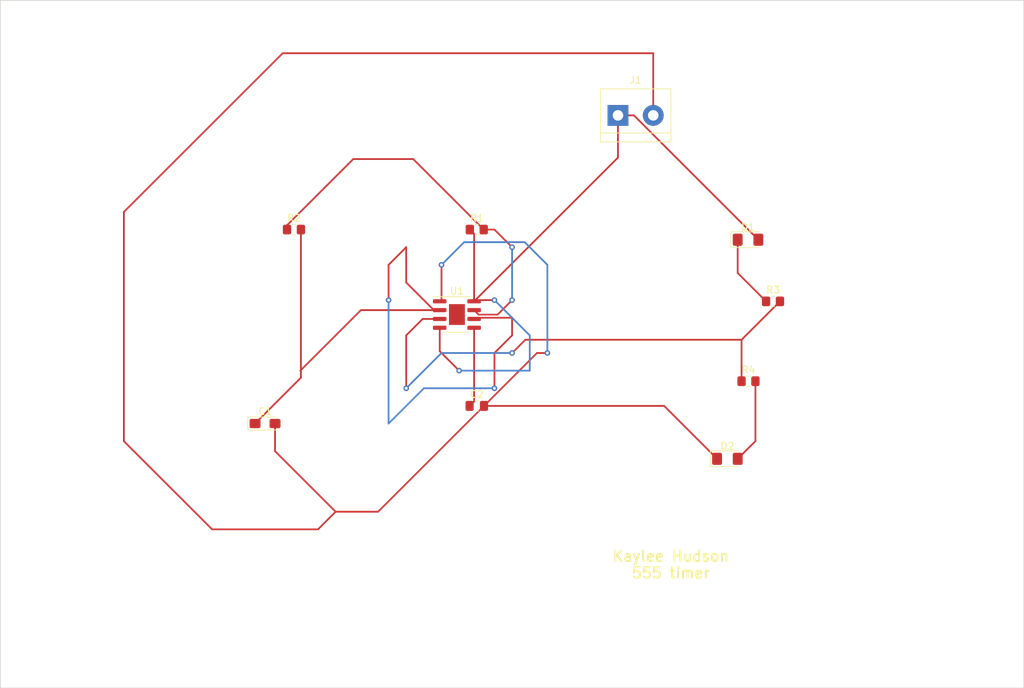
<source format=kicad_pcb>
(kicad_pcb (version 20211014) (generator pcbnew)
  (layers (0 "F.Cu" signal) (31 "B.Cu" signal) (34 "B.Paste" user) (35 "F.Paste" user) (36 "B.SilkS" user "B.Silkscreen") (37 "F.SilkS" user "F.Silkscreen") (38 "B.Mask" user) (39 "F.Mask" user) (44 "Edge.Cuts" user))
  (net 0 "")
  (net 1 "/pin_2")
  (net 2 "GND")
  (net 3 "Net-(C2-Pad1)")
  (net 4 "Net-(R3-Pad1)")
  (net 5 "+9V")
  (net 6 "Net-(D2-Pad2)")
  (net 7 "/pin_7")
  (net 8 "/pin_3")
  (footprint "TerminalBlock:TerminalBlock_bornier-2_P5.08mm" (layer "F.Cu") (at 139.7 62.29)
    (fp_text reference "J1" (at 2.54 -5.08) (layer "F.SilkS"))
    (fp_text value "Conn_01x02_Male")
    (fp_line (start -2.54 -3.81) (end -2.54 3.81) (layer "F.SilkS") (width 0.12))
    (fp_line (start 7.62 2.54) (end -2.54 2.54) (layer "F.SilkS") (width 0.12))
    (fp_line (start 7.62 3.81) (end 7.62 -3.81) (layer "F.SilkS") (width 0.12))
    (fp_line (start -2.54 3.81) (end 7.62 3.81) (layer "F.SilkS") (width 0.12))
    (fp_line (start 7.62 -3.81) (end -2.54 -3.81) (layer "F.SilkS") (width 0.12))
    (pad "1" thru_hole rect (at 0 0) (size 3 3) (drill 1.52) (layers *.Cu *.Mask) (net 5 "+9V"))
    (pad "2" thru_hole circle (at 5.08 0) (size 3 3) (drill 1.52) (layers *.Cu *.Mask) (net 2 "GND"))
  )
  (footprint "Capacitor_SMD:C_0805_2012Metric_Pad1.18x1.45mm_HandSolder" (layer "F.Cu") (at 119.38 104.14)
    (fp_text reference "C2" (at 0 -1.68) (layer "F.SilkS"))
    (fp_text value "0.01µF")
    (fp_line (start -0.261252 -0.735) (end 0.261252 -0.735) (layer "F.SilkS") (width 0.12))
    (fp_line (start -0.261252 0.735) (end 0.261252 0.735) (layer "F.SilkS") (width 0.12))
    (pad "1" smd roundrect (at -1.0375 0) (size 1.175 1.45) (layers "F.Cu" "F.Paste" "F.Mask") (roundrect_rratio 0.212766) (net 3 "Net-(C2-Pad1)"))
    (pad "2" smd roundrect (at 1.0375 0) (size 1.175 1.45) (layers "F.Cu" "F.Paste" "F.Mask") (roundrect_rratio 0.212766) (net 2 "GND"))
  )
  (footprint "LED_SMD:LED_1206_3216Metric_Pad1.42x1.75mm_HandSolder" (layer "F.Cu") (at 158.42 80.2)
    (fp_text reference "D1" (at 0 -1.82) (layer "F.SilkS"))
    (fp_text value "LED")
    (fp_line (start -2.46 -1.135) (end -2.46 1.135) (layer "F.SilkS") (width 0.12))
    (fp_line (start 1.6 -1.135) (end -2.46 -1.135) (layer "F.SilkS") (width 0.12))
    (fp_line (start -2.46 1.135) (end 1.6 1.135) (layer "F.SilkS") (width 0.12))
    (pad "1" smd roundrect (at -1.4875 0) (size 1.425 1.75) (layers "F.Cu" "F.Paste" "F.Mask") (roundrect_rratio 0.175439) (net 4 "Net-(R3-Pad1)"))
    (pad "2" smd roundrect (at 1.4875 0) (size 1.425 1.75) (layers "F.Cu" "F.Paste" "F.Mask") (roundrect_rratio 0.175439) (net 5 "+9V"))
  )
  (footprint "LED_SMD:LED_1206_3216Metric_Pad1.42x1.75mm_HandSolder" (layer "F.Cu") (at 155.4525 111.76)
    (fp_text reference "D2" (at 0 -1.82) (layer "F.SilkS"))
    (fp_text value "LED")
    (fp_line (start -2.46 1.135) (end 1.6 1.135) (layer "F.SilkS") (width 0.12))
    (fp_line (start 1.6 -1.135) (end -2.46 -1.135) (layer "F.SilkS") (width 0.12))
    (fp_line (start -2.46 -1.135) (end -2.46 1.135) (layer "F.SilkS") (width 0.12))
    (pad "1" smd roundrect (at -1.4875 0) (size 1.425 1.75) (layers "F.Cu" "F.Paste" "F.Mask") (roundrect_rratio 0.175439) (net 2 "GND"))
    (pad "2" smd roundrect (at 1.4875 0) (size 1.425 1.75) (layers "F.Cu" "F.Paste" "F.Mask") (roundrect_rratio 0.175439) (net 6 "Net-(D2-Pad2)"))
  )
  (footprint "Resistor_SMD:R_0805_2012Metric_Pad1.20x1.40mm_HandSolder" (layer "F.Cu") (at 158.488808 100.58)
    (fp_text reference "R4" (at 0 -1.65) (layer "F.SilkS"))
    (fp_text value "1k")
    (fp_line (start -0.227064 0.735) (end 0.227064 0.735) (layer "F.SilkS") (width 0.12))
    (fp_line (start -0.227064 -0.735) (end 0.227064 -0.735) (layer "F.SilkS") (width 0.12))
    (pad "1" smd roundrect (at -1 0) (size 1.2 1.4) (layers "F.Cu" "F.Paste" "F.Mask") (roundrect_rratio 0.208333) (net 8 "/pin_3"))
    (pad "2" smd roundrect (at 1 0) (size 1.2 1.4) (layers "F.Cu" "F.Paste" "F.Mask") (roundrect_rratio 0.208333) (net 6 "Net-(D2-Pad2)"))
  )
  (footprint "Resistor_SMD:R_0805_2012Metric_Pad1.20x1.40mm_HandSolder" (layer "F.Cu") (at 162.02 89.08)
    (fp_text reference "R3" (at 0 -1.65) (layer "F.SilkS"))
    (fp_text value "1k")
    (fp_line (start -0.227064 -0.735) (end 0.227064 -0.735) (layer "F.SilkS") (width 0.12))
    (fp_line (start -0.227064 0.735) (end 0.227064 0.735) (layer "F.SilkS") (width 0.12))
    (pad "1" smd roundrect (at -1 0) (size 1.2 1.4) (layers "F.Cu" "F.Paste" "F.Mask") (roundrect_rratio 0.208333) (net 4 "Net-(R3-Pad1)"))
    (pad "2" smd roundrect (at 1 0) (size 1.2 1.4) (layers "F.Cu" "F.Paste" "F.Mask") (roundrect_rratio 0.208333) (net 8 "/pin_3"))
  )
  (footprint "Package_SO:SOIC-8-1EP_3.9x4.9mm_P1.27mm_EP2.29x3mm" (layer "F.Cu") (at 116.52 90.9775)
    (fp_text reference "U1" (at 0 -3.4) (layer "F.SilkS"))
    (fp_text value "NE555D")
    (fp_line (start 0 -2.56) (end -3.45 -2.56) (layer "F.SilkS") (width 0.12))
    (fp_line (start 0 2.56) (end 1.95 2.56) (layer "F.SilkS") (width 0.12))
    (fp_line (start 0 2.56) (end -1.95 2.56) (layer "F.SilkS") (width 0.12))
    (fp_line (start 0 -2.56) (end 1.95 -2.56) (layer "F.SilkS") (width 0.12))
    (pad "1" smd roundrect (at -2.475 -1.905) (size 1.95 0.6) (layers "F.Cu" "F.Paste" "F.Mask") (net 2 "GND"))
    (pad "2" smd roundrect (at -2.475 -0.635) (size 1.95 0.6) (layers "F.Cu" "F.Paste" "F.Mask") (net 1 "/pin_2"))
    (pad "3" smd roundrect (at -2.475 0.635) (size 1.95 0.6) (layers "F.Cu" "F.Paste" "F.Mask") (net 8 "/pin_3"))
    (pad "4" smd roundrect (at -2.475 1.905) (size 1.95 0.6) (layers "F.Cu" "F.Paste" "F.Mask") (net 5 "+9V"))
    (pad "5" smd roundrect (at 2.475 1.905) (size 1.95 0.6) (layers "F.Cu" "F.Paste" "F.Mask") (net 3 "Net-(C2-Pad1)"))
    (pad "6" smd roundrect (at 2.475 0.635) (size 1.95 0.6) (layers "F.Cu" "F.Paste" "F.Mask") (net 1 "/pin_2"))
    (pad "7" smd roundrect (at 2.475 -0.635) (size 1.95 0.6) (layers "F.Cu" "F.Paste" "F.Mask") (net 7 "/pin_7"))
    (pad "8" smd roundrect (at 2.475 -1.905) (size 1.95 0.6) (layers "F.Cu" "F.Paste" "F.Mask") (net 5 "+9V"))
    (pad "9" smd rect (at 0 0) (size 2.29 3) (layers "F.Cu" "F.Mask"))
  )
  (footprint "Resistor_SMD:R_0805_2012Metric_Pad1.20x1.40mm_HandSolder" (layer "F.Cu") (at 119.38 78.74)
    (fp_text reference "R1" (at 0 -1.65) (layer "F.SilkS"))
    (fp_text value "1k")
    (fp_line (start -0.227064 -0.735) (end 0.227064 -0.735) (layer "F.SilkS") (width 0.12))
    (fp_line (start -0.227064 0.735) (end 0.227064 0.735) (layer "F.SilkS") (width 0.12))
    (pad "1" smd roundrect (at -1 0) (size 1.2 1.4) (layers "F.Cu" "F.Paste" "F.Mask") (roundrect_rratio 0.208333) (net 5 "+9V"))
    (pad "2" smd roundrect (at 1 0) (size 1.2 1.4) (layers "F.Cu" "F.Paste" "F.Mask") (roundrect_rratio 0.208333) (net 7 "/pin_7"))
  )
  (footprint "Capacitor_Tantalum_SMD:CP_EIA-3216-18_Kemet-A_Pad1.58x1.35mm_HandSolder" (layer "F.Cu") (at 88.9 106.68)
    (fp_text reference "C1" (at 0 -1.75) (layer "F.SilkS"))
    (fp_text value "10µF")
    (fp_line (start 1.6 -0.935) (end -2.485 -0.935) (layer "F.SilkS") (width 0.12))
    (fp_line (start -2.485 -0.935) (end -2.485 0.935) (layer "F.SilkS") (width 0.12))
    (fp_line (start -2.485 0.935) (end 1.6 0.935) (layer "F.SilkS") (width 0.12))
    (pad "1" smd roundrect (at -1.4375 0) (size 1.575 1.35) (layers "F.Cu" "F.Paste" "F.Mask") (roundrect_rratio 0.185185) (net 1 "/pin_2"))
    (pad "2" smd roundrect (at 1.4375 0) (size 1.575 1.35) (layers "F.Cu" "F.Paste" "F.Mask") (roundrect_rratio 0.185185) (net 2 "GND"))
  )
  (footprint "Resistor_SMD:R_0805_2012Metric_Pad1.20x1.40mm_HandSolder" (layer "F.Cu") (at 93.065872 78.74)
    (fp_text reference "R2" (at 0 -1.65) (layer "F.SilkS"))
    (fp_text value "10k")
    (fp_line (start -0.227064 -0.735) (end 0.227064 -0.735) (layer "F.SilkS") (width 0.12))
    (fp_line (start -0.227064 0.735) (end 0.227064 0.735) (layer "F.SilkS") (width 0.12))
    (pad "1" smd roundrect (at -1 0) (size 1.2 1.4) (layers "F.Cu" "F.Paste" "F.Mask") (roundrect_rratio 0.208333) (net 7 "/pin_7"))
    (pad "2" smd roundrect (at 1 0) (size 1.2 1.4) (layers "F.Cu" "F.Paste" "F.Mask") (roundrect_rratio 0.208333) (net 1 "/pin_2"))
  )
  (gr_rect (start 50.8 45.72) (end 198.12 144.78) (layer "Edge.Cuts") (width 0.1) (fill none))
  (gr_text "Kaylee Hudson\n555 timer\n" (at 147.32 127) (layer "F.SilkS") (effects (font (size 1.5 1.5) (thickness 0.3))))
  (segment (start 124.46 93.98) (end 124.46 91.44) (width 0.25) (layer "F.Cu") (net 1))
  (segment (start 102.6975 90.3425) (end 93.98 99.06) (width 0.25) (layer "F.Cu") (net 1))
  (segment (start 113.2025 90.3425) (end 114.045 90.3425) (width 0.25) (layer "F.Cu") (net 1))
  (segment (start 119.2075 91.6125) (end 119.38 91.44) (width 0.25) (layer "F.Cu") (net 1))
  (segment (start 114.045 90.3425) (end 102.6975 90.3425) (width 0.25) (layer "F.Cu") (net 1))
  (segment (start 121.92 96.52) (end 124.46 93.98) (width 0.25) (layer "F.Cu") (net 1))
  (segment (start 109.22 81.28) (end 106.68 83.82) (width 0.25) (layer "F.Cu") (net 1))
  (segment (start 121.92 101.6) (end 121.92 96.52) (width 0.25) (layer "F.Cu") (net 1))
  (segment (start 106.68 83.82) (end 106.68 88.9) (width 0.25) (layer "F.Cu") (net 1))
  (segment (start 94.065872 100.076628) (end 94.065872 78.74) (width 0.25) (layer "F.Cu") (net 1))
  (segment (start 109.22 86.36) (end 113.2025 90.3425) (width 0.25) (layer "F.Cu") (net 1))
  (segment (start 87.4625 106.68) (end 94.065872 100.076628) (width 0.25) (layer "F.Cu") (net 1))
  (segment (start 124.46 91.44) (end 119.38 91.44) (width 0.25) (layer "F.Cu") (net 1))
  (segment (start 109.22 81.28) (end 109.22 86.36) (width 0.25) (layer "F.Cu") (net 1))
  (via (at 121.92 101.6) (size 0.8) (drill 0.4) (layers "F.Cu" "B.Cu") (net 1))
  (via (at 106.68 88.9) (size 0.8) (drill 0.4) (layers "F.Cu" "B.Cu") (net 1))
  (segment (start 111.76 101.6) (end 106.68 106.68) (width 0.25) (layer "B.Cu") (net 1))
  (segment (start 121.92 101.6) (end 111.76 101.6) (width 0.25) (layer "B.Cu") (net 1))
  (segment (start 106.68 106.68) (end 106.68 88.9) (width 0.25) (layer "B.Cu") (net 1))
  (segment (start 120.4175 104.14) (end 128.0375 96.52) (width 0.25) (layer "F.Cu") (net 2))
  (segment (start 128.0375 96.52) (end 129.54 96.52) (width 0.25) (layer "F.Cu") (net 2))
  (segment (start 144.78 53.34) (end 144.78 62.29) (width 0.25) (layer "F.Cu") (net 2))
  (segment (start 68.58 109.22) (end 68.58 76.2) (width 0.25) (layer "F.Cu") (net 2))
  (segment (start 91.44 53.34) (end 144.78 53.34) (width 0.25) (layer "F.Cu") (net 2))
  (segment (start 90.3375 110.6575) (end 99.06 119.38) (width 0.25) (layer "F.Cu") (net 2))
  (segment (start 120.4175 104.14) (end 146.345 104.14) (width 0.25) (layer "F.Cu") (net 2))
  (segment (start 96.52 121.92) (end 81.28 121.92) (width 0.25) (layer "F.Cu") (net 2))
  (segment (start 114.3 83.82) (end 114.3 88.9) (width 0.25) (layer "F.Cu") (net 2))
  (segment (start 90.3375 106.68) (end 90.3375 110.6575) (width 0.25) (layer "F.Cu") (net 2))
  (segment (start 105.1775 119.38) (end 120.4175 104.14) (width 0.25) (layer "F.Cu") (net 2))
  (segment (start 81.28 121.92) (end 68.58 109.22) (width 0.25) (layer "F.Cu") (net 2))
  (segment (start 99.06 119.38) (end 96.52 121.92) (width 0.25) (layer "F.Cu") (net 2))
  (segment (start 99.06 119.38) (end 105.1775 119.38) (width 0.25) (layer "F.Cu") (net 2))
  (segment (start 68.58 76.2) (end 91.44 53.34) (width 0.25) (layer "F.Cu") (net 2))
  (segment (start 146.345 104.14) (end 153.965 111.76) (width 0.25) (layer "F.Cu") (net 2))
  (via (at 114.3 83.82) (size 0.8) (drill 0.4) (layers "F.Cu" "B.Cu") (net 2))
  (via (at 129.54 96.52) (size 0.8) (drill 0.4) (layers "F.Cu" "B.Cu") (net 2))
  (segment (start 129.54 96.52) (end 129.54 83.82) (width 0.25) (layer "B.Cu") (net 2))
  (segment (start 117.565 80.555) (end 114.3 83.82) (width 0.25) (layer "B.Cu") (net 2))
  (segment (start 126.275 80.555) (end 117.565 80.555) (width 0.25) (layer "B.Cu") (net 2))
  (segment (start 129.54 83.82) (end 126.275 80.555) (width 0.25) (layer "B.Cu") (net 2))
  (segment (start 118.3425 104.14) (end 118.995 103.4875) (width 0.25) (layer "F.Cu") (net 3))
  (segment (start 118.995 103.4875) (end 118.995 92.8825) (width 0.25) (layer "F.Cu") (net 3))
  (segment (start 156.9325 84.9925) (end 161.02 89.08) (width 0.25) (layer "F.Cu") (net 4))
  (segment (start 156.9325 80.2) (end 156.9325 84.9925) (width 0.25) (layer "F.Cu") (net 4))
  (segment (start 139.7 62.29) (end 139.7 68.3675) (width 0.25) (layer "F.Cu") (net 5))
  (segment (start 114.045 92.8825) (end 114.045 96.265) (width 0.25) (layer "F.Cu") (net 5))
  (segment (start 121.92 88.9) (end 119.1675 88.9) (width 0.25) (layer "F.Cu") (net 5))
  (segment (start 141.9975 62.29) (end 139.7 62.29) (width 0.25) (layer "F.Cu") (net 5))
  (segment (start 139.7 68.3675) (end 118.995 89.0725) (width 0.25) (layer "F.Cu") (net 5))
  (segment (start 118.995 79.355) (end 118.995 89.0725) (width 0.25) (layer "F.Cu") (net 5))
  (segment (start 114.045 96.265) (end 116.84 99.06) (width 0.25) (layer "F.Cu") (net 5))
  (segment (start 159.9075 80.2) (end 141.9975 62.29) (width 0.25) (layer "F.Cu") (net 5))
  (segment (start 119.1675 88.9) (end 118.995 89.0725) (width 0.25) (layer "F.Cu") (net 5))
  (segment (start 118.38 78.74) (end 118.995 79.355) (width 0.25) (layer "F.Cu") (net 5))
  (via (at 121.92 88.9) (size 0.8) (drill 0.4) (layers "F.Cu" "B.Cu") (net 5))
  (via (at 116.84 99.06) (size 0.8) (drill 0.4) (layers "F.Cu" "B.Cu") (net 5))
  (segment (start 127 99.06) (end 127 93.98) (width 0.25) (layer "B.Cu") (net 5))
  (segment (start 127 93.98) (end 121.92 88.9) (width 0.25) (layer "B.Cu") (net 5))
  (segment (start 116.84 99.06) (end 127 99.06) (width 0.25) (layer "B.Cu") (net 5))
  (segment (start 159.488808 109.211192) (end 159.488808 100.58) (width 0.25) (layer "F.Cu") (net 6))
  (segment (start 156.94 111.76) (end 159.488808 109.211192) (width 0.25) (layer "F.Cu") (net 6))
  (segment (start 92.065872 78.114128) (end 101.6 68.58) (width 0.25) (layer "F.Cu") (net 7))
  (segment (start 122.3725 90.9875) (end 119.64 90.9875) (width 0.25) (layer "F.Cu") (net 7))
  (segment (start 124.46 88.9) (end 122.3725 90.9875) (width 0.25) (layer "F.Cu") (net 7))
  (segment (start 92.065872 78.74) (end 92.065872 78.114128) (width 0.25) (layer "F.Cu") (net 7))
  (segment (start 119.64 90.9875) (end 118.995 90.3425) (width 0.25) (layer "F.Cu") (net 7))
  (segment (start 101.6 68.58) (end 110.22 68.58) (width 0.25) (layer "F.Cu") (net 7))
  (segment (start 110.22 68.58) (end 120.38 78.74) (width 0.25) (layer "F.Cu") (net 7))
  (segment (start 120.38 78.74) (end 121.92 78.74) (width 0.25) (layer "F.Cu") (net 7))
  (segment (start 121.92 78.74) (end 124.46 81.28) (width 0.25) (layer "F.Cu") (net 7))
  (via (at 124.46 88.9) (size 0.8) (drill 0.4) (layers "F.Cu" "B.Cu") (net 7))
  (via (at 124.46 81.28) (size 0.8) (drill 0.4) (layers "F.Cu" "B.Cu") (net 7))
  (segment (start 124.46 81.28) (end 124.46 88.9) (width 0.25) (layer "B.Cu") (net 7))
  (segment (start 157.488808 94.611192) (end 126.368808 94.611192) (width 0.25) (layer "F.Cu") (net 8))
  (segment (start 109.22 101.6) (end 109.22 93.98) (width 0.25) (layer "F.Cu") (net 8))
  (segment (start 157.8 94.3) (end 163.02 89.08) (width 0.25) (layer "F.Cu") (net 8))
  (segment (start 126.368808 94.611192) (end 124.46 96.52) (width 0.25) (layer "F.Cu") (net 8))
  (segment (start 111.5875 91.6125) (end 114.045 91.6125) (width 0.25) (layer "F.Cu") (net 8))
  (segment (start 109.22 93.98) (end 111.5875 91.6125) (width 0.25) (layer "F.Cu") (net 8))
  (segment (start 157.488808 100.58) (end 157.488808 94.611192) (width 0.25) (layer "F.Cu") (net 8))
  (segment (start 157.488808 94.611192) (end 157.8 94.3) (width 0.25) (layer "F.Cu") (net 8))
  (via (at 124.46 96.52) (size 0.8) (drill 0.4) (layers "F.Cu" "B.Cu") (net 8))
  (via (at 109.22 101.6) (size 0.8) (drill 0.4) (layers "F.Cu" "B.Cu") (net 8))
  (segment (start 124.46 96.52) (end 114.3 96.52) (width 0.25) (layer "B.Cu") (net 8))
  (segment (start 114.3 96.52) (end 109.22 101.6) (width 0.25) (layer "B.Cu") (net 8))
)
</source>
